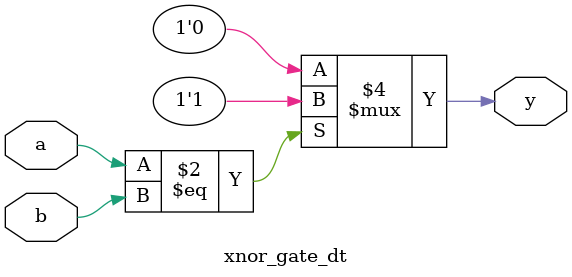
<source format=v>
module xnor_gate_dt (
	input a,
	input b,
	output reg y
);
	always @(*) begin
		if (a == b) begin
			y = 1;
		end else begin
			y = 0;
		end
	end
endmodule


</source>
